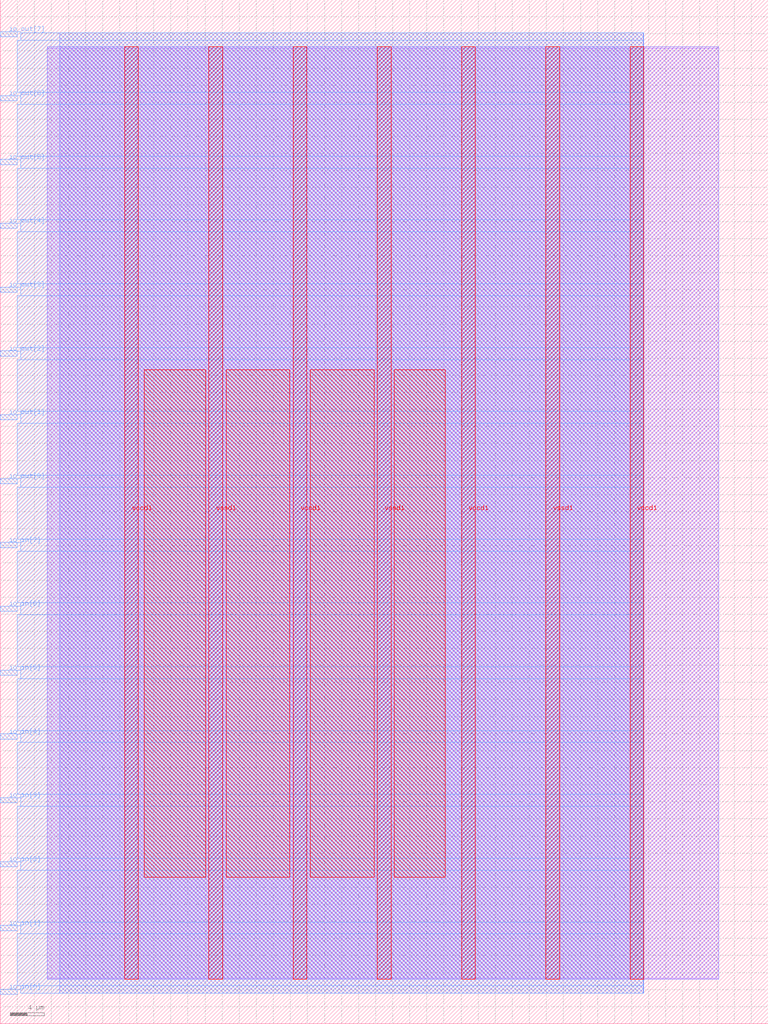
<source format=lef>
VERSION 5.7 ;
  NOWIREEXTENSIONATPIN ON ;
  DIVIDERCHAR "/" ;
  BUSBITCHARS "[]" ;
MACRO tt2_tholin_diceroll
  CLASS BLOCK ;
  FOREIGN tt2_tholin_diceroll ;
  ORIGIN 0.000 0.000 ;
  SIZE 90.000 BY 120.000 ;
  PIN io_in[0]
    DIRECTION INPUT ;
    USE SIGNAL ;
    PORT
      LAYER met3 ;
        RECT 0.000 3.440 2.000 4.040 ;
    END
  END io_in[0]
  PIN io_in[1]
    DIRECTION INPUT ;
    USE SIGNAL ;
    PORT
      LAYER met3 ;
        RECT 0.000 10.920 2.000 11.520 ;
    END
  END io_in[1]
  PIN io_in[2]
    DIRECTION INPUT ;
    USE SIGNAL ;
    PORT
      LAYER met3 ;
        RECT 0.000 18.400 2.000 19.000 ;
    END
  END io_in[2]
  PIN io_in[3]
    DIRECTION INPUT ;
    USE SIGNAL ;
    PORT
      LAYER met3 ;
        RECT 0.000 25.880 2.000 26.480 ;
    END
  END io_in[3]
  PIN io_in[4]
    DIRECTION INPUT ;
    USE SIGNAL ;
    PORT
      LAYER met3 ;
        RECT 0.000 33.360 2.000 33.960 ;
    END
  END io_in[4]
  PIN io_in[5]
    DIRECTION INPUT ;
    USE SIGNAL ;
    PORT
      LAYER met3 ;
        RECT 0.000 40.840 2.000 41.440 ;
    END
  END io_in[5]
  PIN io_in[6]
    DIRECTION INPUT ;
    USE SIGNAL ;
    PORT
      LAYER met3 ;
        RECT 0.000 48.320 2.000 48.920 ;
    END
  END io_in[6]
  PIN io_in[7]
    DIRECTION INPUT ;
    USE SIGNAL ;
    PORT
      LAYER met3 ;
        RECT 0.000 55.800 2.000 56.400 ;
    END
  END io_in[7]
  PIN io_out[0]
    DIRECTION OUTPUT TRISTATE ;
    USE SIGNAL ;
    PORT
      LAYER met3 ;
        RECT 0.000 63.280 2.000 63.880 ;
    END
  END io_out[0]
  PIN io_out[1]
    DIRECTION OUTPUT TRISTATE ;
    USE SIGNAL ;
    PORT
      LAYER met3 ;
        RECT 0.000 70.760 2.000 71.360 ;
    END
  END io_out[1]
  PIN io_out[2]
    DIRECTION OUTPUT TRISTATE ;
    USE SIGNAL ;
    PORT
      LAYER met3 ;
        RECT 0.000 78.240 2.000 78.840 ;
    END
  END io_out[2]
  PIN io_out[3]
    DIRECTION OUTPUT TRISTATE ;
    USE SIGNAL ;
    PORT
      LAYER met3 ;
        RECT 0.000 85.720 2.000 86.320 ;
    END
  END io_out[3]
  PIN io_out[4]
    DIRECTION OUTPUT TRISTATE ;
    USE SIGNAL ;
    PORT
      LAYER met3 ;
        RECT 0.000 93.200 2.000 93.800 ;
    END
  END io_out[4]
  PIN io_out[5]
    DIRECTION OUTPUT TRISTATE ;
    USE SIGNAL ;
    PORT
      LAYER met3 ;
        RECT 0.000 100.680 2.000 101.280 ;
    END
  END io_out[5]
  PIN io_out[6]
    DIRECTION OUTPUT TRISTATE ;
    USE SIGNAL ;
    PORT
      LAYER met3 ;
        RECT 0.000 108.160 2.000 108.760 ;
    END
  END io_out[6]
  PIN io_out[7]
    DIRECTION OUTPUT TRISTATE ;
    USE SIGNAL ;
    PORT
      LAYER met3 ;
        RECT 0.000 115.640 2.000 116.240 ;
    END
  END io_out[7]
  PIN vccd1
    DIRECTION INOUT ;
    USE POWER ;
    PORT
      LAYER met4 ;
        RECT 14.590 5.200 16.190 114.480 ;
    END
    PORT
      LAYER met4 ;
        RECT 34.330 5.200 35.930 114.480 ;
    END
    PORT
      LAYER met4 ;
        RECT 54.070 5.200 55.670 114.480 ;
    END
    PORT
      LAYER met4 ;
        RECT 73.810 5.200 75.410 114.480 ;
    END
  END vccd1
  PIN vssd1
    DIRECTION INOUT ;
    USE GROUND ;
    PORT
      LAYER met4 ;
        RECT 24.460 5.200 26.060 114.480 ;
    END
    PORT
      LAYER met4 ;
        RECT 44.200 5.200 45.800 114.480 ;
    END
    PORT
      LAYER met4 ;
        RECT 63.940 5.200 65.540 114.480 ;
    END
  END vssd1
  OBS
      LAYER li1 ;
        RECT 5.520 5.355 84.180 114.325 ;
      LAYER met1 ;
        RECT 5.520 5.200 84.180 114.480 ;
      LAYER met2 ;
        RECT 6.990 3.555 75.380 116.125 ;
      LAYER met3 ;
        RECT 2.400 115.240 75.400 116.105 ;
        RECT 2.000 109.160 75.400 115.240 ;
        RECT 2.400 107.760 75.400 109.160 ;
        RECT 2.000 101.680 75.400 107.760 ;
        RECT 2.400 100.280 75.400 101.680 ;
        RECT 2.000 94.200 75.400 100.280 ;
        RECT 2.400 92.800 75.400 94.200 ;
        RECT 2.000 86.720 75.400 92.800 ;
        RECT 2.400 85.320 75.400 86.720 ;
        RECT 2.000 79.240 75.400 85.320 ;
        RECT 2.400 77.840 75.400 79.240 ;
        RECT 2.000 71.760 75.400 77.840 ;
        RECT 2.400 70.360 75.400 71.760 ;
        RECT 2.000 64.280 75.400 70.360 ;
        RECT 2.400 62.880 75.400 64.280 ;
        RECT 2.000 56.800 75.400 62.880 ;
        RECT 2.400 55.400 75.400 56.800 ;
        RECT 2.000 49.320 75.400 55.400 ;
        RECT 2.400 47.920 75.400 49.320 ;
        RECT 2.000 41.840 75.400 47.920 ;
        RECT 2.400 40.440 75.400 41.840 ;
        RECT 2.000 34.360 75.400 40.440 ;
        RECT 2.400 32.960 75.400 34.360 ;
        RECT 2.000 26.880 75.400 32.960 ;
        RECT 2.400 25.480 75.400 26.880 ;
        RECT 2.000 19.400 75.400 25.480 ;
        RECT 2.400 18.000 75.400 19.400 ;
        RECT 2.000 11.920 75.400 18.000 ;
        RECT 2.400 10.520 75.400 11.920 ;
        RECT 2.000 4.440 75.400 10.520 ;
        RECT 2.400 3.575 75.400 4.440 ;
      LAYER met4 ;
        RECT 16.855 17.175 24.060 76.665 ;
        RECT 26.460 17.175 33.930 76.665 ;
        RECT 36.330 17.175 43.800 76.665 ;
        RECT 46.200 17.175 52.145 76.665 ;
  END
END tt2_tholin_diceroll
END LIBRARY


</source>
